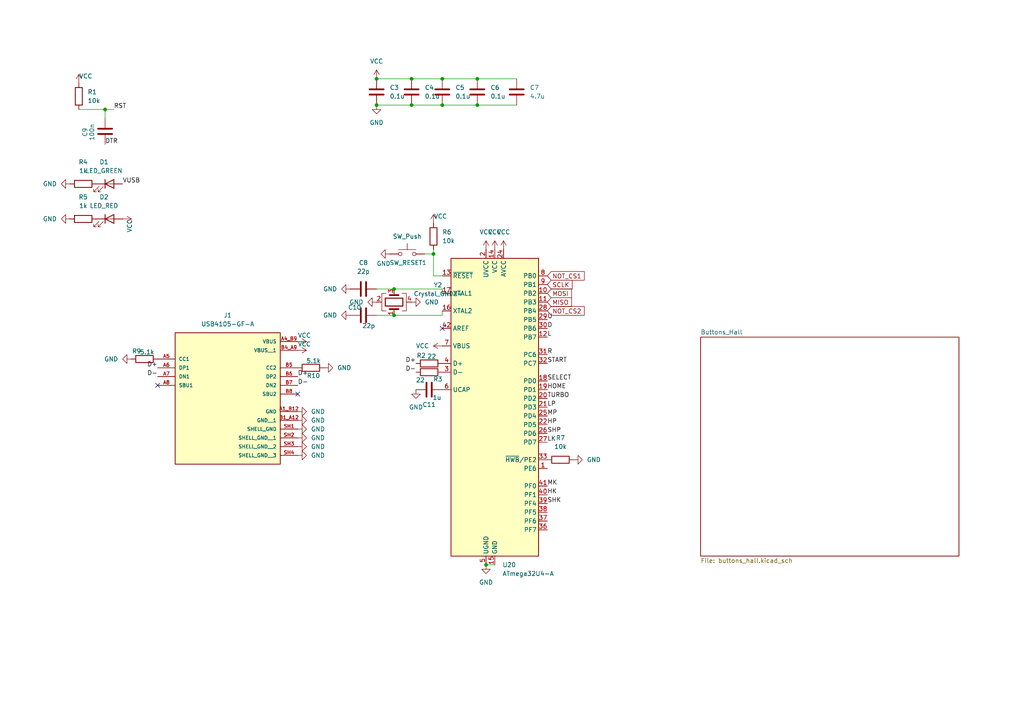
<source format=kicad_sch>
(kicad_sch (version 20231120) (generator "eeschema") (generator_version "8.0")
  (paper "A4")
  (lib_symbols
    (symbol "Device:C" (pin_numbers hide) (pin_names (offset 0.254))
      (property "Reference" "C" (at 0.635 2.54 0))
      (property "Value" "C" (at 0.635 -2.54 0))
      (symbol "C_0_1"
        (polyline (pts (xy -2.032 -0.762) (xy 2.032 -0.762)) (stroke (width 0.508)))
        (polyline (pts (xy -2.032 0.762) (xy 2.032 0.762)) (stroke (width 0.508)))
      )
      (symbol "C_1_1"
        (pin passive line (at 0 3.81 270) (length 2.794) (name "~") (number "1"))
        (pin passive line (at 0 -3.81 90) (length 2.794) (name "~") (number "2"))
      )
    )
    (symbol "Device:Crystal_GND24" (pin_names (offset 1.016) hide)
      (property "Reference" "Y" (at 3.175 5.08 0))
      (property "Value" "Crystal_GND24" (at 3.175 3.175 0))
      (symbol "Crystal_GND24_0_1"
        (rectangle (start -1.143 2.54) (end 1.143 -2.54) (stroke (width 0.3048)))
        (polyline (pts (xy -2.54 0) (xy -2.032 0)))
        (polyline (pts (xy -2.032 -1.27) (xy -2.032 1.27)) (stroke (width 0.508)))
        (polyline (pts (xy 0 -3.81) (xy 0 -3.556)))
        (polyline (pts (xy 0 3.556) (xy 0 3.81)))
        (polyline (pts (xy 2.032 -1.27) (xy 2.032 1.27)) (stroke (width 0.508)))
        (polyline (pts (xy 2.032 0) (xy 2.54 0)))
        (polyline (pts (xy -2.54 -2.286) (xy -2.54 -3.556) (xy 2.54 -3.556) (xy 2.54 -2.286)))
        (polyline (pts (xy -2.54 2.286) (xy -2.54 3.556) (xy 2.54 3.556) (xy 2.54 2.286)))
      )
      (symbol "Crystal_GND24_1_1"
        (pin passive line (at -3.81 0 0) (length 1.27) (name "1") (number "1"))
        (pin passive line (at 0 5.08 270) (length 1.27) (name "2") (number "2"))
        (pin passive line (at 3.81 0 180) (length 1.27) (name "3") (number "3"))
        (pin passive line (at 0 -5.08 90) (length 1.27) (name "4") (number "4"))
      )
    )
    (symbol "Device:LED" (pin_numbers hide) (pin_names (offset 1.016) hide)
      (property "Reference" "D" (at 0 2.54 0))
      (property "Value" "LED" (at 0 -2.54 0))
      (symbol "LED_0_1"
        (polyline (pts (xy -1.27 -1.27) (xy -1.27 1.27)) (stroke (width 0.254)))
        (polyline (pts (xy -1.27 0) (xy 1.27 0)))
        (polyline (pts (xy 1.27 -1.27) (xy 1.27 1.27) (xy -1.27 0) (xy 1.27 -1.27)) (stroke (width 0.254)))
        (polyline (pts (xy -3.048 -0.762) (xy -4.572 -2.286) (xy -3.81 -2.286) (xy -4.572 -2.286) (xy -4.572 -1.524)))
        (polyline (pts (xy -1.778 -0.762) (xy -3.302 -2.286) (xy -2.54 -2.286) (xy -3.302 -2.286) (xy -3.302 -1.524)))
      )
      (symbol "LED_1_1"
        (pin passive line (at -3.81 0 0) (length 2.54) (name "K") (number "1"))
        (pin passive line (at 3.81 0 180) (length 2.54) (name "A") (number "2"))
      )
    )
    (symbol "Device:R" (pin_numbers hide) (pin_names (offset 0))
      (property "Reference" "R" (at 2.032 0 90))
      (property "Value" "R" (at 0 0 90))
      (symbol "R_0_1"
        (rectangle (start -1.016 -2.54) (end 1.016 2.54) (stroke (width 0.254)))
      )
      (symbol "R_1_1"
        (pin passive line (at 0 3.81 270) (length 1.27) (name "~") (number "1"))
        (pin passive line (at 0 -3.81 90) (length 1.27) (name "~") (number "2"))
      )
    )
    (symbol "MCU_Microchip_ATmega:ATmega32U4-A"
      (property "Reference" "U" (at -12.7 44.45 0))
      (property "Value" "ATmega32U4-A" (at 2.54 -44.45 0))
      (symbol "ATmega32U4-A_0_1"
        (rectangle (start -12.7 -43.18) (end 12.7 43.18) (stroke (width 0.254)) (fill (type background)))
      )
      (symbol "ATmega32U4-A_1_1"
        (pin bidirectional line (at 15.24 -17.78 180) (length 2.54) (name "PE6") (number "1"))
        (pin bidirectional line (at 15.24 33.02 180) (length 2.54) (name "PB2") (number "10"))
        (pin bidirectional line (at 15.24 30.48 180) (length 2.54) (name "PB3") (number "11"))
        (pin bidirectional line (at 15.24 20.32 180) (length 2.54) (name "PB7") (number "12"))
        (pin input line (at -15.24 38.1 0) (length 2.54) (name "~{RESET}") (number "13"))
        (pin power_in line (at 0 45.72 270) (length 2.54) (name "VCC") (number "14"))
        (pin power_in line (at 0 -45.72 90) (length 2.54) (name "GND") (number "15"))
        (pin output line (at -15.24 27.94 0) (length 2.54) (name "XTAL2") (number "16"))
        (pin input line (at -15.24 33.02 0) (length 2.54) (name "XTAL1") (number "17"))
        (pin bidirectional line (at 15.24 7.62 180) (length 2.54) (name "PD0") (number "18"))
        (pin bidirectional line (at 15.24 5.08 180) (length 2.54) (name "PD1") (number "19"))
        (pin power_in line (at -2.54 45.72 270) (length 2.54) (name "UVCC") (number "2"))
        (pin bidirectional line (at 15.24 2.54 180) (length 2.54) (name "PD2") (number "20"))
        (pin bidirectional line (at 15.24 0 180) (length 2.54) (name "PD3") (number "21"))
        (pin bidirectional line (at 15.24 -5.08 180) (length 2.54) (name "PD5") (number "22"))
        (pin passive line (at 0 -45.72 90) (length 2.54) hide (name "GND") (number "23"))
        (pin power_in line (at 2.54 45.72 270) (length 2.54) (name "AVCC") (number "24"))
        (pin bidirectional line (at 15.24 -2.54 180) (length 2.54) (name "PD4") (number "25"))
        (pin bidirectional line (at 15.24 -7.62 180) (length 2.54) (name "PD6") (number "26"))
        (pin bidirectional line (at 15.24 -10.16 180) (length 2.54) (name "PD7") (number "27"))
        (pin bidirectional line (at 15.24 27.94 180) (length 2.54) (name "PB4") (number "28"))
        (pin bidirectional line (at 15.24 25.4 180) (length 2.54) (name "PB5") (number "29"))
        (pin bidirectional line (at -15.24 10.16 0) (length 2.54) (name "D-") (number "3"))
        (pin bidirectional line (at 15.24 22.86 180) (length 2.54) (name "PB6") (number "30"))
        (pin bidirectional line (at 15.24 15.24 180) (length 2.54) (name "PC6") (number "31"))
        (pin bidirectional line (at 15.24 12.7 180) (length 2.54) (name "PC7") (number "32"))
        (pin bidirectional line (at 15.24 -15.24 180) (length 2.54) (name "~{HWB}/PE2") (number "33"))
        (pin passive line (at 0 45.72 270) (length 2.54) hide (name "VCC") (number "34"))
        (pin passive line (at 0 -45.72 90) (length 2.54) hide (name "GND") (number "35"))
        (pin bidirectional line (at 15.24 -35.56 180) (length 2.54) (name "PF7") (number "36"))
        (pin bidirectional line (at 15.24 -33.02 180) (length 2.54) (name "PF6") (number "37"))
        (pin bidirectional line (at 15.24 -30.48 180) (length 2.54) (name "PF5") (number "38"))
        (pin bidirectional line (at 15.24 -27.94 180) (length 2.54) (name "PF4") (number "39"))
        (pin bidirectional line (at -15.24 12.7 0) (length 2.54) (name "D+") (number "4"))
        (pin bidirectional line (at 15.24 -25.4 180) (length 2.54) (name "PF1") (number "40"))
        (pin bidirectional line (at 15.24 -22.86 180) (length 2.54) (name "PF0") (number "41"))
        (pin passive line (at -15.24 22.86 0) (length 2.54) (name "AREF") (number "42"))
        (pin passive line (at 0 -45.72 90) (length 2.54) hide (name "GND") (number "43"))
        (pin passive line (at 2.54 45.72 270) (length 2.54) hide (name "AVCC") (number "44"))
        (pin passive line (at -2.54 -45.72 90) (length 2.54) (name "UGND") (number "5"))
        (pin passive line (at -15.24 5.08 0) (length 2.54) (name "UCAP") (number "6"))
        (pin input line (at -15.24 17.78 0) (length 2.54) (name "VBUS") (number "7"))
        (pin bidirectional line (at 15.24 38.1 180) (length 2.54) (name "PB0") (number "8"))
        (pin bidirectional line (at 15.24 35.56 180) (length 2.54) (name "PB1") (number "9"))
      )
    )
    (symbol "Switch:SW_Push" (pin_numbers hide) (pin_names (offset 1.016) hide)
      (property "Reference" "SW" (at 1.27 2.54 0))
      (property "Value" "SW_Push" (at 0 -1.524 0))
      (symbol "SW_Push_0_1"
        (circle (center -2.032 0) (radius 0.508))
        (polyline (pts (xy 0 1.27) (xy 0 3.048)))
        (polyline (pts (xy 2.54 1.27) (xy -2.54 1.27)))
        (circle (center 2.032 0) (radius 0.508))
        (pin passive line (at -5.08 0 0) (length 2.54) (name "1") (number "1"))
        (pin passive line (at 5.08 0 180) (length 2.54) (name "2") (number "2"))
      )
    )
    (symbol "USB4105-GF-A:USB4105-GF-A" (pin_names (offset 1.016))
      (property "Reference" "J" (at -15.24 13.97 0))
      (property "Value" "USB4105-GF-A" (at -15.24 -27.94 0))
      (symbol "USB4105-GF-A_0_0"
        (rectangle (start -15.24 -25.4) (end 15.24 12.7) (stroke (width 0.254)) (fill (type background)))
        (pin power_in line (at 20.32 -10.16 180) (length 5.08) (name "GND") (number "A1_B12"))
        (pin power_in line (at 20.32 10.16 180) (length 5.08) (name "VBUS") (number "A4_B9"))
        (pin bidirectional line (at -20.32 5.08 0) (length 5.08) (name "CC1") (number "A5"))
        (pin bidirectional line (at -20.32 2.54 0) (length 5.08) (name "DP1") (number "A6"))
        (pin bidirectional line (at -20.32 0 0) (length 5.08) (name "DN1") (number "A7"))
        (pin bidirectional line (at -20.32 -2.54 0) (length 5.08) (name "SBU1") (number "A8"))
        (pin power_in line (at 20.32 -12.7 180) (length 5.08) (name "GND__1") (number "B1_A12"))
        (pin power_in line (at 20.32 7.62 180) (length 5.08) (name "VBUS__1") (number "B4_A9"))
        (pin bidirectional line (at 20.32 2.54 180) (length 5.08) (name "CC2") (number "B5"))
        (pin bidirectional line (at 20.32 0 180) (length 5.08) (name "DP2") (number "B6"))
        (pin bidirectional line (at 20.32 -2.54 180) (length 5.08) (name "DN2") (number "B7"))
        (pin bidirectional line (at 20.32 -5.08 180) (length 5.08) (name "SBU2") (number "B8"))
        (pin power_in line (at 20.32 -15.24 180) (length 5.08) (name "SHELL_GND") (number "SH1"))
        (pin power_in line (at 20.32 -17.78 180) (length 5.08) (name "SHELL_GND__1") (number "SH2"))
        (pin power_in line (at 20.32 -20.32 180) (length 5.08) (name "SHELL_GND__2") (number "SH3"))
        (pin power_in line (at 20.32 -22.86 180) (length 5.08) (name "SHELL_GND__3") (number "SH4"))
      )
    )
    (symbol "power:GND" (power) (pin_numbers hide) (pin_names (offset 0) hide)
      (property "Value" "GND" (at 0 -3.81 0))
      (symbol "GND_0_1"
        (polyline (pts (xy 0 0) (xy 0 -1.27) (xy 1.27 -1.27) (xy 0 -2.54) (xy -1.27 -1.27) (xy 0 -1.27)))
      )
      (symbol "GND_1_1"
        (pin power_in line (at 0 0 270) (length 0) (name "~") (number "1"))
      )
    )
    (symbol "power:VCC" (power) (pin_numbers hide) (pin_names (offset 0) hide)
      (property "Value" "VCC" (at 0 3.556 0))
      (symbol "VCC_0_1"
        (polyline (pts (xy -0.762 1.27) (xy 0 2.54)))
        (polyline (pts (xy 0 0) (xy 0 2.54)))
        (polyline (pts (xy 0 2.54) (xy 0.762 1.27)))
      )
      (symbol "VCC_1_1"
        (pin power_in line (at 0 0 90) (length 0) (name "~") (number "1"))
      )
    )
  )
  (junction (at 30.48 31.75))
  (junction (at 119.38 30.48))
  (junction (at 114.3 83.82))
  (junction (at 128.27 22.86))
  (junction (at 114.3 91.44))
  (junction (at 138.43 22.86))
  (junction (at 109.22 30.48))
  (junction (at 140.97 163.83))
  (junction (at 125.73 73.66))
  (junction (at 109.22 22.86))
  (junction (at 119.38 22.86))
  (junction (at 138.43 30.48))
  (junction (at 128.27 30.48))
  (no_connect (at 45.72 111.76))
  (no_connect (at 86.36 114.3))
  (no_connect (at 128.27 95.25))
  (wire (pts (xy 109.22 22.86) (xy 119.38 22.86)))
  (wire (pts (xy 109.22 91.44) (xy 114.3 91.44)))
  (wire (pts (xy 30.48 31.75) (xy 33.02 31.75)))
  (wire (pts (xy 125.73 80.01) (xy 125.73 73.66)))
  (wire (pts (xy 22.86 31.75) (xy 30.48 31.75)))
  (wire (pts (xy 140.97 163.83) (xy 143.51 163.83)))
  (wire (pts (xy 109.22 30.48) (xy 119.38 30.48)))
  (wire (pts (xy 128.27 22.86) (xy 138.43 22.86)))
  (wire (pts (xy 128.27 91.44) (xy 128.27 90.17)))
  (wire (pts (xy 119.38 22.86) (xy 128.27 22.86)))
  (wire (pts (xy 119.38 30.48) (xy 128.27 30.48)))
  (wire (pts (xy 128.27 80.01) (xy 125.73 80.01)))
  (wire (pts (xy 30.48 31.75) (xy 30.48 34.29)))
  (wire (pts (xy 123.19 73.66) (xy 125.73 73.66)))
  (wire (pts (xy 128.27 83.82) (xy 128.27 85.09)))
  (wire (pts (xy 109.22 83.82) (xy 114.3 83.82)))
  (wire (pts (xy 114.3 83.82) (xy 128.27 83.82)))
  (wire (pts (xy 114.3 91.44) (xy 128.27 91.44)))
  (wire (pts (xy 138.43 22.86) (xy 149.86 22.86)))
  (wire (pts (xy 128.27 30.48) (xy 138.43 30.48)))
  (wire (pts (xy 125.73 73.66) (xy 125.73 72.39)))
  (wire (pts (xy 138.43 30.48) (xy 149.86 30.48)))
  (label "D-" (at 120.65 107.95 180))
  (label "SHK" (at 158.75 146.05 0))
  (label "D+" (at 45.72 106.68 180))
  (label "SHP" (at 158.75 125.73 0))
  (label "D+" (at 86.36 109.22 0))
  (label "SELECT" (at 158.75 110.49 0))
  (label "D-" (at 45.72 109.22 180))
  (label "L" (at 158.75 97.79 0))
  (label "RST" (at 33.02 31.75 0))
  (label "HP" (at 158.75 123.19 0))
  (label "D+" (at 120.65 105.41 180))
  (label "HOME" (at 158.75 113.03 0))
  (label "TURBO" (at 158.75 115.57 0))
  (label "D" (at 158.75 95.25 0))
  (label "HK" (at 158.75 143.51 0))
  (label "MK" (at 158.75 140.97 0))
  (label "START" (at 158.75 105.41 0))
  (label "D-" (at 86.36 111.76 0))
  (label "R" (at 158.75 102.87 0))
  (label "LK" (at 158.75 128.27 0))
  (label "LP" (at 158.75 118.11 0))
  (label "U" (at 158.75 92.71 0))
  (label "VUSB" (at 35.56 53.34 0))
  (label "DTR" (at 30.48 41.91 0))
  (label "MP" (at 158.75 120.65 0))
  (global_label "MOSI" (shape input) (at 158.75 85.09 0) (property "Intersheetrefs" "${INTERSHEET_REFS}" (effects (hide yes))))
  (global_label "NOT_CS1" (shape input) (at 158.75 80.01 0) (property "Intersheetrefs" "${INTERSHEET_REFS}" (effects (hide yes))))
  (global_label "SCLK" (shape input) (at 158.75 82.55 0) (property "Intersheetrefs" "${INTERSHEET_REFS}" (effects (hide yes))))
  (global_label "NOT_CS2" (shape input) (at 158.75 90.17 0) (property "Intersheetrefs" "${INTERSHEET_REFS}" (effects (hide yes))))
  (global_label "MISO" (shape input) (at 158.75 87.63 0) (property "Intersheetrefs" "${INTERSHEET_REFS}" (effects (hide yes))))
  (symbol (lib_id "power:GND") (at 86.36 119.38 90) (unit 1)
    (property "Reference" "#PWR05" (effects (hide yes)))
    (property "Value" "GND" (at 90.17 119.3799 90) (effects (justify right)))
    (property "Description" "Power symbol creates a global label with name \"GND\" , ground" (effects (hide yes)))
  )
  (symbol (lib_id "power:GND") (at 86.36 132.08 90) (unit 1)
    (property "Reference" "#PWR070" (effects (hide yes)))
    (property "Value" "GND" (at 90.17 132.0799 90) (effects (justify right)))
    (property "Description" "Power symbol creates a global label with name \"GND\" , ground" (effects (hide yes)))
  )
  (symbol (lib_id "Device:C") (at 149.86 26.67 0) (unit 1)
    (property "Reference" "C7" (at 153.67 25.3999 0) (effects (justify left)))
    (property "Value" "4.7u" (at 153.67 27.9399 0) (effects (justify left)))
    (property "Footprint" "Capacitor_SMD:C_0603_1608Metric" (effects (hide yes)))
    (property "Description" "Unpolarized capacitor" (effects (hide yes)))
  )
  (symbol (lib_id "power:GND") (at 86.36 129.54 90) (unit 1)
    (property "Reference" "#PWR011" (effects (hide yes)))
    (property "Value" "GND" (at 90.17 129.5399 90) (effects (justify right)))
    (property "Description" "Power symbol creates a global label with name \"GND\" , ground" (effects (hide yes)))
  )
  (symbol (lib_id "power:GND") (at 140.97 163.83 0) (unit 1)
    (property "Reference" "#PWR064" (effects (hide yes)))
    (property "Value" "GND" (at 140.97 168.91 0))
    (property "Description" "Power symbol creates a global label with name \"GND\" , ground" (effects (hide yes)))
  )
  (symbol (lib_id "power:VCC") (at 125.73 64.77 0) (unit 1)
    (property "Reference" "#PWR061" (effects (hide yes)))
    (property "Value" "VCC" (at 127.762 62.738 0))
    (property "Description" "Power symbol creates a global label with name \"VCC\"" (effects (hide yes)))
  )
  (symbol (lib_id "power:GND") (at 101.6 91.44 270) (unit 1)
    (property "Reference" "#PWR055" (effects (hide yes)))
    (property "Value" "GND" (at 97.79 91.4399 90) (effects (justify right)))
    (property "Description" "Power symbol creates a global label with name \"GND\" , ground" (effects (hide yes)))
  )
  (symbol (lib_id "Device:LED") (at 31.75 63.5 0) (unit 1)
    (property "Reference" "D2" (at 30.1625 57.15 0))
    (property "Value" "LED_RED" (at 30.1625 59.69 0))
    (property "Footprint" "LED_SMD:LED_0201_0603Metric" (effects (hide yes)))
    (property "Description" "Light emitting diode" (effects (hide yes)))
  )
  (symbol (lib_id "power:GND") (at 38.1 104.14 270) (unit 1)
    (property "Reference" "#PWR071" (effects (hide yes)))
    (property "Value" "GND" (at 34.29 104.1399 90) (effects (justify right)))
    (property "Description" "Power symbol creates a global label with name \"GND\" , ground" (effects (hide yes)))
  )
  (symbol (lib_id "Device:C") (at 128.27 26.67 0) (unit 1)
    (property "Reference" "C5" (at 132.08 25.3999 0) (effects (justify left)))
    (property "Value" "0.1u" (at 132.08 27.9399 0) (effects (justify left)))
    (property "Footprint" "Capacitor_SMD:C_0603_1608Metric" (effects (hide yes)))
    (property "Description" "Unpolarized capacitor" (effects (hide yes)))
  )
  (symbol (lib_id "Device:C") (at 105.41 83.82 90) (unit 1)
    (property "Reference" "C8" (at 105.41 76.2 90))
    (property "Value" "22p" (at 105.41 78.74 90))
    (property "Footprint" "Capacitor_SMD:C_0603_1608Metric" (effects (hide yes)))
    (property "Description" "Unpolarized capacitor" (effects (hide yes)))
  )
  (symbol (lib_id "Device:C") (at 138.43 26.67 0) (unit 1)
    (property "Reference" "C6" (at 142.24 25.3999 0) (effects (justify left)))
    (property "Value" "0.1u" (at 142.24 27.9399 0) (effects (justify left)))
    (property "Footprint" "Capacitor_SMD:C_0603_1608Metric" (effects (hide yes)))
    (property "Description" "Unpolarized capacitor" (effects (hide yes)))
  )
  (symbol (lib_id "power:VCC") (at 128.27 100.33 90) (unit 1)
    (property "Reference" "#PWR062" (effects (hide yes)))
    (property "Value" "VCC" (at 124.46 100.3299 90) (effects (justify left)))
    (property "Description" "Power symbol creates a global label with name \"VCC\"" (effects (hide yes)))
  )
  (symbol (lib_id "Device:C") (at 119.38 26.67 0) (unit 1)
    (property "Reference" "C4" (at 123.19 25.3999 0) (effects (justify left)))
    (property "Value" "0.1u" (at 123.19 27.9399 0) (effects (justify left)))
    (property "Footprint" "Capacitor_SMD:C_0603_1608Metric" (effects (hide yes)))
    (property "Description" "Unpolarized capacitor" (effects (hide yes)))
  )
  (symbol (lib_id "power:GND") (at 109.22 87.63 270) (unit 1)
    (property "Reference" "#PWR057" (effects (hide yes)))
    (property "Value" "GND" (at 105.41 87.6299 90) (effects (justify right)))
    (property "Description" "Power symbol creates a global label with name \"GND\" , ground" (effects (hide yes)))
  )
  (symbol (lib_id "power:VCC") (at 140.97 72.39 0) (unit 1)
    (property "Reference" "#PWR063" (effects (hide yes)))
    (property "Value" "VCC" (at 140.97 67.31 0))
    (property "Description" "Power symbol creates a global label with name \"VCC\"" (effects (hide yes)))
  )
  (symbol (lib_id "power:GND") (at 86.36 124.46 90) (unit 1)
    (property "Reference" "#PWR07" (effects (hide yes)))
    (property "Value" "GND" (at 90.17 124.4599 90) (effects (justify right)))
    (property "Description" "Power symbol creates a global label with name \"GND\" , ground" (effects (hide yes)))
  )
  (symbol (lib_id "MCU_Microchip_ATmega:ATmega32U4-A") (at 143.51 118.11 0) (unit 1)
    (property "Reference" "U20" (at 145.7041 163.83 0) (effects (justify left)))
    (property "Value" "ATmega32U4-A" (at 145.7041 166.37 0) (effects (justify left)))
    (property "Footprint" "Package_QFP:TQFP-44_10x10mm_P0.8mm" (effects (hide yes)))
    (property "Datasheet" "http://ww1.microchip.com/downloads/en/DeviceDoc/Atmel-7766-8-bit-AVR-ATmega16U4-32U4_Datasheet.pdf" (effects (hide yes)))
    (property "Description" "16MHz, 32kB Flash, 2.5kB SRAM, 1kB EEPROM, USB 2.0, TQFP-44" (effects (hide yes)))
  )
  (symbol (lib_id "power:VCC") (at 86.36 99.06 270) (unit 1)
    (property "Reference" "#PWR01" (effects (hide yes)))
    (property "Value" "VCC" (at 86.36 97.282 90) (effects (justify left)))
    (property "Description" "Power symbol creates a global label with name \"VCC\"" (effects (hide yes)))
  )
  (symbol (lib_id "Device:R") (at 22.86 27.94 0) (unit 1)
    (property "Reference" "R1" (at 25.4 26.6699 0) (effects (justify left)))
    (property "Value" "10k" (at 25.4 29.2099 0) (effects (justify left)))
    (property "Footprint" "Resistor_SMD:R_0603_1608Metric" (effects (hide yes)))
    (property "Description" "Resistor" (effects (hide yes)))
  )
  (symbol (lib_id "Device:C") (at 105.41 91.44 90) (unit 1)
    (property "Reference" "C10" (at 102.87 89.154 90))
    (property "Value" "22p" (at 106.934 94.488 90))
    (property "Footprint" "Capacitor_SMD:C_0603_1608Metric" (effects (hide yes)))
    (property "Description" "Unpolarized capacitor" (effects (hide yes)))
  )
  (symbol (lib_id "USB4105-GF-A:USB4105-GF-A") (at 66.04 109.22 0) (unit 1)
    (property "Reference" "J1" (at 66.04 91.44 0))
    (property "Value" "USB4105-GF-A" (at 66.04 93.98 0))
    (property "Footprint" "USB4105_GF_A:GCT_USB4105-GF-A" (effects (hide yes)))
    (property "PARTREV" "B4" (effects (hide yes)))
    (property "STANDARD" "Manufacturer Recommendations" (effects (hide yes)))
    (property "MAXIMUM_PACKAGE_HEIGHT" "3.31 mm" (effects (hide yes)))
    (property "MANUFACTURER" "GCT" (effects (hide yes)))
  )
  (symbol (lib_id "power:GND") (at 101.6 83.82 270) (unit 1)
    (property "Reference" "#PWR054" (effects (hide yes)))
    (property "Value" "GND" (at 97.79 83.8199 90) (effects (justify right)))
    (property "Description" "Power symbol creates a global label with name \"GND\" , ground" (effects (hide yes)))
  )
  (symbol (lib_id "Device:C") (at 30.48 38.1 180) (unit 1)
    (property "Reference" "C9" (at 24.638 38.354 90))
    (property "Value" "100n" (at 26.67 38.354 90))
    (property "Footprint" "Capacitor_SMD:C_0603_1608Metric" (effects (hide yes)))
    (property "Description" "Unpolarized capacitor" (effects (hide yes)))
  )
  (symbol (lib_id "power:VCC") (at 22.86 24.13 0) (unit 1)
    (property "Reference" "#PWR04" (effects (hide yes)))
    (property "Value" "VCC" (at 24.892 22.098 0))
    (property "Description" "Power symbol creates a global label with name \"VCC\"" (effects (hide yes)))
  )
  (symbol (lib_id "Device:R") (at 24.13 53.34 90) (unit 1)
    (property "Reference" "R4" (at 24.13 46.99 90))
    (property "Value" "1k" (at 24.13 49.53 90))
    (property "Footprint" "Resistor_SMD:R_0603_1608Metric" (effects (hide yes)))
    (property "Description" "Resistor" (effects (hide yes)))
  )
  (symbol (lib_id "power:VCC") (at 35.56 63.5 270) (unit 1)
    (property "Reference" "#PWR014" (effects (hide yes)))
    (property "Value" "VCC" (at 37.592 65.532 0))
    (property "Description" "Power symbol creates a global label with name \"VCC\"" (effects (hide yes)))
  )
  (symbol (lib_id "Device:R") (at 90.17 106.68 90) (unit 1)
    (property "Reference" "R10" (at 90.932 108.966 90))
    (property "Value" "5.1k" (at 90.932 104.648 90))
    (property "Footprint" "Resistor_SMD:R_0603_1608Metric" (effects (hide yes)))
    (property "Description" "Resistor" (effects (hide yes)))
  )
  (symbol (lib_id "Device:C") (at 109.22 26.67 0) (unit 1)
    (property "Reference" "C3" (at 113.03 25.3999 0) (effects (justify left)))
    (property "Value" "0.1u" (at 113.03 27.9399 0) (effects (justify left)))
    (property "Footprint" "Capacitor_SMD:C_0603_1608Metric" (effects (hide yes)))
    (property "Description" "Unpolarized capacitor" (effects (hide yes)))
  )
  (symbol (lib_id "Device:R") (at 125.73 68.58 0) (unit 1)
    (property "Reference" "R6" (at 128.27 67.3099 0) (effects (justify left)))
    (property "Value" "10k" (at 128.27 69.8499 0) (effects (justify left)))
    (property "Footprint" "Resistor_SMD:R_0603_1608Metric" (effects (hide yes)))
    (property "Description" "Resistor" (effects (hide yes)))
  )
  (symbol (lib_id "Device:LED") (at 31.75 53.34 0) (unit 1)
    (property "Reference" "D1" (at 30.1625 46.99 0))
    (property "Value" "LED_GREEN" (at 30.1625 49.53 0))
    (property "Footprint" "LED_SMD:LED_0201_0603Metric" (effects (hide yes)))
    (property "Description" "Light emitting diode" (effects (hide yes)))
  )
  (symbol (lib_id "power:GND") (at 86.36 121.92 90) (unit 1)
    (property "Reference" "#PWR06" (effects (hide yes)))
    (property "Value" "GND" (at 90.17 121.9199 90) (effects (justify right)))
    (property "Description" "Power symbol creates a global label with name \"GND\" , ground" (effects (hide yes)))
  )
  (symbol (lib_id "Device:R") (at 41.91 104.14 90) (unit 1)
    (property "Reference" "R9" (at 39.624 101.854 90))
    (property "Value" "5.1k" (at 42.672 102.108 90))
    (property "Footprint" "Resistor_SMD:R_0603_1608Metric" (effects (hide yes)))
    (property "Description" "Resistor" (effects (hide yes)))
  )
  (symbol (lib_id "power:GND") (at 20.32 63.5 270) (unit 1)
    (property "Reference" "#PWR013" (effects (hide yes)))
    (property "Value" "GND" (at 16.51 63.4999 90) (effects (justify right)))
    (property "Description" "Power symbol creates a global label with name \"GND\" , ground" (effects (hide yes)))
  )
  (symbol (lib_id "power:GND") (at 109.22 30.48 0) (unit 1)
    (property "Reference" "#PWR021" (effects (hide yes)))
    (property "Value" "GND" (at 109.22 35.56 0))
    (property "Description" "Power symbol creates a global label with name \"GND\" , ground" (effects (hide yes)))
  )
  (symbol (lib_id "Device:Crystal_GND24") (at 114.3 87.63 90) (unit 1)
    (property "Reference" "Y2" (at 127 82.6768 90))
    (property "Value" "Crystal_GND24" (at 127 85.2168 90))
    (property "Footprint" "Crystal:Crystal_SMD_SeikoEpson_FA238-4Pin_3.2x2.5mm" (effects (hide yes)))
    (property "Description" "Four pin crystal, GND on pins 2 and 4" (effects (hide yes)))
  )
  (symbol (lib_id "power:VCC") (at 143.51 72.39 0) (unit 1)
    (property "Reference" "#PWR065" (effects (hide yes)))
    (property "Value" "VCC" (at 143.51 67.31 0))
    (property "Description" "Power symbol creates a global label with name \"VCC\"" (effects (hide yes)))
  )
  (symbol (lib_id "power:GND") (at 93.98 106.68 90) (unit 1)
    (property "Reference" "#PWR072" (effects (hide yes)))
    (property "Value" "GND" (at 97.79 106.6799 90) (effects (justify right)))
    (property "Description" "Power symbol creates a global label with name \"GND\" , ground" (effects (hide yes)))
  )
  (symbol (lib_id "power:GND") (at 113.03 73.66 270) (unit 1)
    (property "Reference" "#PWR058" (effects (hide yes)))
    (property "Value" "GND" (at 113.284 76.454 90) (effects (justify right)))
    (property "Description" "Power symbol creates a global label with name \"GND\" , ground" (effects (hide yes)))
  )
  (symbol (lib_id "Device:R") (at 24.13 63.5 90) (unit 1)
    (property "Reference" "R5" (at 24.13 57.15 90))
    (property "Value" "1k" (at 24.13 59.69 90))
    (property "Footprint" "Resistor_SMD:R_0603_1608Metric" (effects (hide yes)))
    (property "Description" "Resistor" (effects (hide yes)))
  )
  (symbol (lib_id "power:GND") (at 86.36 127 90) (unit 1)
    (property "Reference" "#PWR010" (effects (hide yes)))
    (property "Value" "GND" (at 90.17 126.9999 90) (effects (justify right)))
    (property "Description" "Power symbol creates a global label with name \"GND\" , ground" (effects (hide yes)))
  )
  (symbol (lib_id "Device:C") (at 124.46 113.03 90) (unit 1)
    (property "Reference" "C11" (at 124.46 117.348 90))
    (property "Value" "1u" (at 126.746 115.316 90))
    (property "Footprint" "Capacitor_SMD:C_0603_1608Metric" (effects (hide yes)))
    (property "Description" "Unpolarized capacitor" (effects (hide yes)))
  )
  (symbol (lib_id "power:VCC") (at 86.36 101.6 270) (unit 1)
    (property "Reference" "#PWR02" (effects (hide yes)))
    (property "Value" "VCC" (at 86.36 99.822 90) (effects (justify left)))
    (property "Description" "Power symbol creates a global label with name \"VCC\"" (effects (hide yes)))
  )
  (symbol (lib_id "Device:R") (at 124.46 105.41 90) (unit 1)
    (property "Reference" "R2" (at 122.174 103.124 90))
    (property "Value" "22" (at 125.222 103.378 90))
    (property "Footprint" "Resistor_SMD:R_0603_1608Metric" (effects (hide yes)))
    (property "Description" "Resistor" (effects (hide yes)))
  )
  (symbol (lib_id "power:GND") (at 166.37 133.35 90) (unit 1)
    (property "Reference" "#PWR067" (effects (hide yes)))
    (property "Value" "GND" (at 170.18 133.3499 90) (effects (justify right)))
    (property "Description" "Power symbol creates a global label with name \"GND\" , ground" (effects (hide yes)))
  )
  (symbol (lib_id "Device:R") (at 162.56 133.35 90) (unit 1)
    (property "Reference" "R7" (at 162.56 127 90))
    (property "Value" "10k" (at 162.56 129.54 90))
    (property "Footprint" "Resistor_SMD:R_0603_1608Metric" (effects (hide yes)))
    (property "Description" "Resistor" (effects (hide yes)))
  )
  (symbol (lib_id "power:GND") (at 20.32 53.34 270) (unit 1)
    (property "Reference" "#PWR012" (effects (hide yes)))
    (property "Value" "GND" (at 16.51 53.3399 90) (effects (justify right)))
    (property "Description" "Power symbol creates a global label with name \"GND\" , ground" (effects (hide yes)))
  )
  (symbol (lib_id "power:VCC") (at 109.22 22.86 0) (unit 1)
    (property "Reference" "#PWR022" (effects (hide yes)))
    (property "Value" "VCC" (at 109.22 17.78 0))
    (property "Description" "Power symbol creates a global label with name \"VCC\"" (effects (hide yes)))
  )
  (symbol (lib_id "Device:R") (at 124.46 107.95 270) (unit 1)
    (property "Reference" "R3" (at 127 109.982 90))
    (property "Value" "22" (at 121.92 110.236 90))
    (property "Footprint" "Resistor_SMD:R_0603_1608Metric" (effects (hide yes)))
    (property "Description" "Resistor" (effects (hide yes)))
  )
  (symbol (lib_id "power:GND") (at 119.38 87.63 90) (unit 1)
    (property "Reference" "#PWR059" (effects (hide yes)))
    (property "Value" "GND" (at 123.19 87.6299 90) (effects (justify right)))
    (property "Description" "Power symbol creates a global label with name \"GND\" , ground" (effects (hide yes)))
  )
  (symbol (lib_id "power:VCC") (at 146.05 72.39 0) (unit 1)
    (property "Reference" "#PWR066" (effects (hide yes)))
    (property "Value" "VCC" (at 146.05 67.31 0))
    (property "Description" "Power symbol creates a global label with name \"VCC\"" (effects (hide yes)))
  )
  (symbol (lib_id "power:GND") (at 120.65 113.03 0) (unit 1)
    (property "Reference" "#PWR060" (effects (hide yes)))
    (property "Value" "GND" (at 120.65 118.11 0))
    (property "Description" "Power symbol creates a global label with name \"GND\" , ground" (effects (hide yes)))
  )
  (symbol (lib_id "Switch:SW_Push") (at 118.11 73.66 0) (unit 1)
    (property "Reference" "SW_RESET1" (at 118.364 76.2 0))
    (property "Value" "SW_Push" (at 118.11 68.58 0))
    (property "Footprint" "Button_Switch_SMD:SW_SPST_TL3342" (effects (hide yes)))
    (property "Description" "Push button switch, generic, two pins" (effects (hide yes)))
  )
  (sheet (at 203.2 97.79) (size 74.93 63.5) (stroke (width 0.1524))
    (property "Sheetname" "Buttons_Hall" (at 203.2 97.0784 0) (effects (justify left bottom)))
    (property "Sheetfile" "buttons_hall.kicad_sch" (at 203.2 161.8746 0) (effects (justify left top)))
  )
)
</source>
